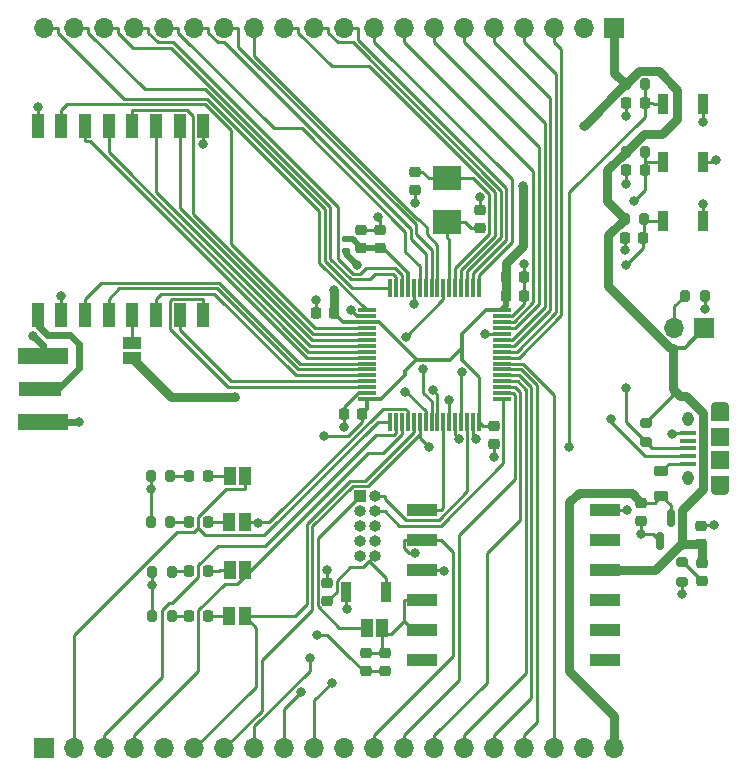
<source format=gbr>
%TF.GenerationSoftware,KiCad,Pcbnew,(6.0.6)*%
%TF.CreationDate,2022-07-05T16:05:39+02:00*%
%TF.ProjectId,kicad_rfm95_breakout_board_V4,6b696361-645f-4726-966d-39355f627265,rev?*%
%TF.SameCoordinates,Original*%
%TF.FileFunction,Copper,L1,Top*%
%TF.FilePolarity,Positive*%
%FSLAX46Y46*%
G04 Gerber Fmt 4.6, Leading zero omitted, Abs format (unit mm)*
G04 Created by KiCad (PCBNEW (6.0.6)) date 2022-07-05 16:05:39*
%MOMM*%
%LPD*%
G01*
G04 APERTURE LIST*
G04 Aperture macros list*
%AMRoundRect*
0 Rectangle with rounded corners*
0 $1 Rounding radius*
0 $2 $3 $4 $5 $6 $7 $8 $9 X,Y pos of 4 corners*
0 Add a 4 corners polygon primitive as box body*
4,1,4,$2,$3,$4,$5,$6,$7,$8,$9,$2,$3,0*
0 Add four circle primitives for the rounded corners*
1,1,$1+$1,$2,$3*
1,1,$1+$1,$4,$5*
1,1,$1+$1,$6,$7*
1,1,$1+$1,$8,$9*
0 Add four rect primitives between the rounded corners*
20,1,$1+$1,$2,$3,$4,$5,0*
20,1,$1+$1,$4,$5,$6,$7,0*
20,1,$1+$1,$6,$7,$8,$9,0*
20,1,$1+$1,$8,$9,$2,$3,0*%
G04 Aperture macros list end*
%TA.AperFunction,SMDPad,CuDef*%
%ADD10R,0.900000X1.700000*%
%TD*%
%TA.AperFunction,ComponentPad*%
%ADD11R,1.700000X1.700000*%
%TD*%
%TA.AperFunction,ComponentPad*%
%ADD12O,1.700000X1.700000*%
%TD*%
%TA.AperFunction,SMDPad,CuDef*%
%ADD13RoundRect,0.218750X-0.218750X-0.256250X0.218750X-0.256250X0.218750X0.256250X-0.218750X0.256250X0*%
%TD*%
%TA.AperFunction,SMDPad,CuDef*%
%ADD14RoundRect,0.200000X0.200000X0.275000X-0.200000X0.275000X-0.200000X-0.275000X0.200000X-0.275000X0*%
%TD*%
%TA.AperFunction,SMDPad,CuDef*%
%ADD15R,1.000000X1.500000*%
%TD*%
%TA.AperFunction,SMDPad,CuDef*%
%ADD16RoundRect,0.218750X-0.381250X0.218750X-0.381250X-0.218750X0.381250X-0.218750X0.381250X0.218750X0*%
%TD*%
%TA.AperFunction,SMDPad,CuDef*%
%ADD17RoundRect,0.200000X-0.200000X-0.275000X0.200000X-0.275000X0.200000X0.275000X-0.200000X0.275000X0*%
%TD*%
%TA.AperFunction,SMDPad,CuDef*%
%ADD18RoundRect,0.225000X-0.225000X-0.250000X0.225000X-0.250000X0.225000X0.250000X-0.225000X0.250000X0*%
%TD*%
%TA.AperFunction,SMDPad,CuDef*%
%ADD19R,1.000000X2.000000*%
%TD*%
%TA.AperFunction,SMDPad,CuDef*%
%ADD20RoundRect,0.147500X0.172500X-0.147500X0.172500X0.147500X-0.172500X0.147500X-0.172500X-0.147500X0*%
%TD*%
%TA.AperFunction,SMDPad,CuDef*%
%ADD21RoundRect,0.200000X-0.275000X0.200000X-0.275000X-0.200000X0.275000X-0.200000X0.275000X0.200000X0*%
%TD*%
%TA.AperFunction,SMDPad,CuDef*%
%ADD22RoundRect,0.225000X0.250000X-0.225000X0.250000X0.225000X-0.250000X0.225000X-0.250000X-0.225000X0*%
%TD*%
%TA.AperFunction,SMDPad,CuDef*%
%ADD23R,2.500000X1.000000*%
%TD*%
%TA.AperFunction,SMDPad,CuDef*%
%ADD24RoundRect,0.218750X0.256250X-0.218750X0.256250X0.218750X-0.256250X0.218750X-0.256250X-0.218750X0*%
%TD*%
%TA.AperFunction,SMDPad,CuDef*%
%ADD25RoundRect,0.225000X-0.250000X0.225000X-0.250000X-0.225000X0.250000X-0.225000X0.250000X0.225000X0*%
%TD*%
%TA.AperFunction,SMDPad,CuDef*%
%ADD26RoundRect,0.150000X0.150000X-0.587500X0.150000X0.587500X-0.150000X0.587500X-0.150000X-0.587500X0*%
%TD*%
%TA.AperFunction,SMDPad,CuDef*%
%ADD27RoundRect,0.225000X0.225000X0.250000X-0.225000X0.250000X-0.225000X-0.250000X0.225000X-0.250000X0*%
%TD*%
%TA.AperFunction,SMDPad,CuDef*%
%ADD28R,1.350000X0.400000*%
%TD*%
%TA.AperFunction,ComponentPad*%
%ADD29O,1.550000X0.890000*%
%TD*%
%TA.AperFunction,SMDPad,CuDef*%
%ADD30R,1.550000X1.200000*%
%TD*%
%TA.AperFunction,ComponentPad*%
%ADD31O,0.950000X1.250000*%
%TD*%
%TA.AperFunction,SMDPad,CuDef*%
%ADD32R,1.550000X1.500000*%
%TD*%
%TA.AperFunction,SMDPad,CuDef*%
%ADD33R,3.600000X1.270000*%
%TD*%
%TA.AperFunction,SMDPad,CuDef*%
%ADD34R,4.200000X1.350000*%
%TD*%
%TA.AperFunction,SMDPad,CuDef*%
%ADD35RoundRect,0.075000X-0.075000X0.700000X-0.075000X-0.700000X0.075000X-0.700000X0.075000X0.700000X0*%
%TD*%
%TA.AperFunction,SMDPad,CuDef*%
%ADD36RoundRect,0.075000X-0.700000X0.075000X-0.700000X-0.075000X0.700000X-0.075000X0.700000X0.075000X0*%
%TD*%
%TA.AperFunction,ComponentPad*%
%ADD37R,1.000000X1.000000*%
%TD*%
%TA.AperFunction,ComponentPad*%
%ADD38O,1.000000X1.000000*%
%TD*%
%TA.AperFunction,SMDPad,CuDef*%
%ADD39R,2.400000X2.000000*%
%TD*%
%TA.AperFunction,SMDPad,CuDef*%
%ADD40R,1.500000X1.000000*%
%TD*%
%TA.AperFunction,ViaPad*%
%ADD41C,0.800000*%
%TD*%
%TA.AperFunction,Conductor*%
%ADD42C,0.500000*%
%TD*%
%TA.AperFunction,Conductor*%
%ADD43C,0.750000*%
%TD*%
%TA.AperFunction,Conductor*%
%ADD44C,0.300000*%
%TD*%
%TA.AperFunction,Conductor*%
%ADD45C,0.250000*%
%TD*%
%TA.AperFunction,Conductor*%
%ADD46C,0.600000*%
%TD*%
G04 APERTURE END LIST*
D10*
%TO.P,SW3,1,1*%
%TO.N,PC7*%
X138700000Y-75000000D03*
%TO.P,SW3,2,2*%
%TO.N,GND*%
X142100000Y-75000000D03*
%TD*%
D11*
%TO.P,J3,1,Pin_1*%
%TO.N,GND*%
X86360000Y-129540000D03*
D12*
%TO.P,J3,2,Pin_2*%
%TO.N,PB12*%
X88900000Y-129540000D03*
%TO.P,J3,3,Pin_3*%
%TO.N,PB13*%
X91440000Y-129540000D03*
%TO.P,J3,4,Pin_4*%
%TO.N,PB14*%
X93980000Y-129540000D03*
%TO.P,J3,5,Pin_5*%
%TO.N,PB15*%
X96520000Y-129540000D03*
%TO.P,J3,6,Pin_6*%
%TO.N,PC6*%
X99060000Y-129540000D03*
%TO.P,J3,7,Pin_7*%
%TO.N,PC7*%
X101600000Y-129540000D03*
%TO.P,J3,8,Pin_8*%
%TO.N,PC8*%
X104140000Y-129540000D03*
%TO.P,J3,9,Pin_9*%
%TO.N,PC9*%
X106680000Y-129540000D03*
%TO.P,J3,10,Pin_10*%
%TO.N,PA8*%
X109220000Y-129540000D03*
%TO.P,J3,11,Pin_11*%
%TO.N,GND*%
X111760000Y-129540000D03*
%TO.P,J3,12,Pin_12*%
%TO.N,PA10*%
X114300000Y-129540000D03*
%TO.P,J3,13,Pin_13*%
%TO.N,PA15*%
X116840000Y-129540000D03*
%TO.P,J3,14,Pin_14*%
%TO.N,PC10*%
X119380000Y-129540000D03*
%TO.P,J3,15,Pin_15*%
%TO.N,PC11*%
X121920000Y-129540000D03*
%TO.P,J3,16,Pin_16*%
%TO.N,PC12*%
X124460000Y-129540000D03*
%TO.P,J3,17,Pin_17*%
%TO.N,PD2*%
X127000000Y-129540000D03*
%TO.P,J3,18,Pin_18*%
%TO.N,PB3*%
X129540000Y-129540000D03*
%TO.P,J3,19,Pin_19*%
%TO.N,GND*%
X132080000Y-129540000D03*
%TO.P,J3,20,Pin_20*%
%TO.N,VCC*%
X134620000Y-129540000D03*
%TD*%
D13*
%TO.P,D5,1,K*%
%TO.N,Net-(D5-Pad1)*%
X98612500Y-118300000D03*
%TO.P,D5,2,A*%
%TO.N,Net-(D5-Pad2)*%
X100187500Y-118300000D03*
%TD*%
D14*
%TO.P,R7,1*%
%TO.N,Net-(D4-Pad1)*%
X97025000Y-110400000D03*
%TO.P,R7,2*%
%TO.N,GND*%
X95375000Y-110400000D03*
%TD*%
D10*
%TO.P,SW4,1,1*%
%TO.N,RESET*%
X115300000Y-116300000D03*
%TO.P,SW4,2,2*%
%TO.N,GND*%
X111900000Y-116300000D03*
%TD*%
D15*
%TO.P,JP2,1,A*%
%TO.N,Net-(C10-Pad1)*%
X114950000Y-119300000D03*
%TO.P,JP2,2,B*%
%TO.N,+3.3V*%
X113650000Y-119300000D03*
%TD*%
D16*
%TO.P,FB1,1*%
%TO.N,+5V*%
X138600000Y-106037500D03*
%TO.P,FB1,2*%
%TO.N,VCC*%
X138600000Y-108162500D03*
%TD*%
D17*
%TO.P,R4,1*%
%TO.N,+3.3V*%
X135575000Y-73300000D03*
%TO.P,R4,2*%
%TO.N,PC7*%
X137225000Y-73300000D03*
%TD*%
D18*
%TO.P,C1,1*%
%TO.N,+3.3V*%
X125425000Y-89600000D03*
%TO.P,C1,2*%
%TO.N,GND*%
X126975000Y-89600000D03*
%TD*%
D19*
%TO.P,U1,1,GND*%
%TO.N,GND*%
X99800000Y-76800000D03*
%TO.P,U1,2,MISO*%
%TO.N,SPI1_MISO*%
X97800000Y-76800000D03*
%TO.P,U1,3,MOSI*%
%TO.N,SPI1_MOSI*%
X95800000Y-76800000D03*
%TO.P,U1,4,SCK*%
%TO.N,SPI1_SCK*%
X93800000Y-76800000D03*
%TO.P,U1,5,NSS*%
%TO.N,RFM95_CS*%
X91800000Y-76800000D03*
%TO.P,U1,6,RESET*%
%TO.N,RFM95_RESET*%
X89800000Y-76800000D03*
%TO.P,U1,7,DIO5*%
%TO.N,DIO5*%
X87800000Y-76800000D03*
%TO.P,U1,8,GND*%
%TO.N,GND*%
X85800000Y-76800000D03*
%TO.P,U1,9,ANT*%
%TO.N,Net-(J2-Pad1)*%
X85800000Y-92800000D03*
%TO.P,U1,10,GND*%
%TO.N,GND*%
X87800000Y-92800000D03*
%TO.P,U1,11,DIO3*%
%TO.N,DIO3*%
X89800000Y-92800000D03*
%TO.P,U1,12,DIO4*%
%TO.N,DIO4*%
X91800000Y-92800000D03*
%TO.P,U1,13,3.3V*%
%TO.N,Net-(JP1-Pad2)*%
X93800000Y-92800000D03*
%TO.P,U1,14,DIO0*%
%TO.N,DIO0*%
X95800000Y-92800000D03*
%TO.P,U1,15,DIO1*%
%TO.N,DIO1*%
X97800000Y-92800000D03*
%TO.P,U1,16,DIO2*%
%TO.N,DIO2*%
X99800000Y-92800000D03*
%TD*%
D20*
%TO.P,L1,1*%
%TO.N,+3.3V*%
X111900000Y-87385000D03*
%TO.P,L1,2*%
%TO.N,+3.3VA*%
X111900000Y-86415000D03*
%TD*%
D21*
%TO.P,R1,1*%
%TO.N,Net-(D1-Pad1)*%
X140300000Y-113775000D03*
%TO.P,R1,2*%
%TO.N,GND*%
X140300000Y-115425000D03*
%TD*%
D22*
%TO.P,C16,1*%
%TO.N,/RCC_OSC_OUT*%
X123200000Y-85475000D03*
%TO.P,C16,2*%
%TO.N,GND*%
X123200000Y-83925000D03*
%TD*%
D23*
%TO.P,U3,1,RXD1*%
%TO.N,PA9*%
X118350000Y-109350000D03*
%TO.P,U3,2,TXD1*%
%TO.N,PA10*%
X118350000Y-111890000D03*
%TO.P,U3,3,GND*%
%TO.N,GND*%
X118350000Y-114430000D03*
%TO.P,U3,4,VCC*%
%TO.N,Net-(C10-Pad1)*%
X118350000Y-116970000D03*
%TO.P,U3,5,V_BCKP*%
X118350000Y-119510000D03*
%TO.P,U3,6,1PPS*%
%TO.N,unconnected-(U3-Pad6)*%
X118350000Y-122050000D03*
%TO.P,U3,7,RESERVED*%
%TO.N,unconnected-(U3-Pad7)*%
X133850000Y-122050000D03*
%TO.P,U3,8,RESERVED*%
%TO.N,unconnected-(U3-Pad8)*%
X133850000Y-119510000D03*
%TO.P,U3,9,NC*%
%TO.N,unconnected-(U3-Pad9)*%
X133850000Y-116970000D03*
%TO.P,U3,10,~{RESET}*%
%TO.N,+3.3V*%
X133850000Y-114430000D03*
%TO.P,U3,11,RESERVED*%
%TO.N,unconnected-(U3-Pad11)*%
X133850000Y-111890000D03*
%TO.P,U3,12,GND*%
%TO.N,GND*%
X133850000Y-109350000D03*
%TD*%
D24*
%TO.P,D1,1,K*%
%TO.N,Net-(D1-Pad1)*%
X142000000Y-115387500D03*
%TO.P,D1,2,A*%
%TO.N,+3.3V*%
X142000000Y-113812500D03*
%TD*%
D25*
%TO.P,C10,1*%
%TO.N,Net-(C10-Pad1)*%
X113600000Y-121425000D03*
%TO.P,C10,2*%
%TO.N,GND*%
X113600000Y-122975000D03*
%TD*%
D14*
%TO.P,R6,1*%
%TO.N,Net-(D3-Pad1)*%
X97125000Y-114600000D03*
%TO.P,R6,2*%
%TO.N,GND*%
X95475000Y-114600000D03*
%TD*%
D26*
%TO.P,U2,1,GND*%
%TO.N,GND*%
X138450000Y-111937500D03*
%TO.P,U2,2,VO*%
%TO.N,+3.3V*%
X140350000Y-111937500D03*
%TO.P,U2,3,VI*%
%TO.N,VCC*%
X139400000Y-110062500D03*
%TD*%
D22*
%TO.P,C5,1*%
%TO.N,+3.3VA*%
X114800000Y-87175000D03*
%TO.P,C5,2*%
%TO.N,GND*%
X114800000Y-85625000D03*
%TD*%
D13*
%TO.P,D3,1,K*%
%TO.N,Net-(D3-Pad1)*%
X98612500Y-114500000D03*
%TO.P,D3,2,A*%
%TO.N,Net-(D3-Pad2)*%
X100187500Y-114500000D03*
%TD*%
D25*
%TO.P,C11,1*%
%TO.N,Net-(C10-Pad1)*%
X115200000Y-121425000D03*
%TO.P,C11,2*%
%TO.N,GND*%
X115200000Y-122975000D03*
%TD*%
D27*
%TO.P,C12,1*%
%TO.N,PC9*%
X137075000Y-86300000D03*
%TO.P,C12,2*%
%TO.N,GND*%
X135525000Y-86300000D03*
%TD*%
%TO.P,C4,1*%
%TO.N,+3.3V*%
X113275000Y-101200000D03*
%TO.P,C4,2*%
%TO.N,GND*%
X111725000Y-101200000D03*
%TD*%
D28*
%TO.P,J1,1,VBUS*%
%TO.N,+5V*%
X140840000Y-105440000D03*
%TO.P,J1,2,D-*%
%TO.N,USB_D-*%
X140840000Y-104790000D03*
%TO.P,J1,3,D+*%
%TO.N,USB_D+*%
X140840000Y-104140000D03*
%TO.P,J1,4,ID*%
%TO.N,unconnected-(J1-Pad4)*%
X140840000Y-103490000D03*
%TO.P,J1,5,GND*%
%TO.N,GND*%
X140840000Y-102840000D03*
D29*
%TO.P,J1,6,Shield*%
%TO.N,unconnected-(J1-Pad6)*%
X143540000Y-100640000D03*
X143540000Y-107640000D03*
D30*
X143540000Y-101240000D03*
D31*
X140840000Y-106640000D03*
D32*
X143540000Y-103140000D03*
D31*
X140840000Y-101640000D03*
D32*
X143540000Y-105140000D03*
D30*
X143540000Y-107040000D03*
%TD*%
D15*
%TO.P,JP3,1,A*%
%TO.N,PB12*%
X103350000Y-106500000D03*
%TO.P,JP3,2,B*%
%TO.N,Net-(D2-Pad2)*%
X102050000Y-106500000D03*
%TD*%
D17*
%TO.P,R9,1*%
%TO.N,Net-(J5-Pad2)*%
X140600000Y-91200000D03*
%TO.P,R9,2*%
%TO.N,GND*%
X142250000Y-91200000D03*
%TD*%
D13*
%TO.P,D4,1,K*%
%TO.N,Net-(D4-Pad1)*%
X98612500Y-110400000D03*
%TO.P,D4,2,A*%
%TO.N,Net-(D4-Pad2)*%
X100187500Y-110400000D03*
%TD*%
D27*
%TO.P,C13,1*%
%TO.N,PC8*%
X137175000Y-80600000D03*
%TO.P,C13,2*%
%TO.N,GND*%
X135625000Y-80600000D03*
%TD*%
D11*
%TO.P,J5,1,Pin_1*%
%TO.N,+3.3V*%
X142240000Y-93980000D03*
D12*
%TO.P,J5,2,Pin_2*%
%TO.N,Net-(J5-Pad2)*%
X139700000Y-93980000D03*
%TD*%
D10*
%TO.P,SW2,1,1*%
%TO.N,PC8*%
X138700000Y-79900000D03*
%TO.P,SW2,2,2*%
%TO.N,GND*%
X142100000Y-79900000D03*
%TD*%
D17*
%TO.P,R2,1*%
%TO.N,+3.3V*%
X135475000Y-84700000D03*
%TO.P,R2,2*%
%TO.N,PC9*%
X137125000Y-84700000D03*
%TD*%
D25*
%TO.P,C7,1*%
%TO.N,VCC*%
X136900000Y-108725000D03*
%TO.P,C7,2*%
%TO.N,GND*%
X136900000Y-110275000D03*
%TD*%
D15*
%TO.P,JP5,1,A*%
%TO.N,PB15*%
X103300000Y-110400000D03*
%TO.P,JP5,2,B*%
%TO.N,Net-(D4-Pad2)*%
X102000000Y-110400000D03*
%TD*%
D33*
%TO.P,J2,1,In*%
%TO.N,Net-(J2-Pad1)*%
X86000000Y-99100000D03*
D34*
%TO.P,J2,2,Ext*%
%TO.N,GND*%
X86200000Y-101925000D03*
X86200000Y-96275000D03*
%TD*%
D27*
%TO.P,C6,1*%
%TO.N,+3.3V*%
X110875000Y-92700000D03*
%TO.P,C6,2*%
%TO.N,GND*%
X109325000Y-92700000D03*
%TD*%
D18*
%TO.P,C8,1*%
%TO.N,+3.3V*%
X125425000Y-91200000D03*
%TO.P,C8,2*%
%TO.N,GND*%
X126975000Y-91200000D03*
%TD*%
D13*
%TO.P,D2,1,K*%
%TO.N,Net-(D2-Pad1)*%
X98612500Y-106500000D03*
%TO.P,D2,2,A*%
%TO.N,Net-(D2-Pad2)*%
X100187500Y-106500000D03*
%TD*%
D15*
%TO.P,JP6,1,A*%
%TO.N,PC6*%
X103300000Y-118300000D03*
%TO.P,JP6,2,B*%
%TO.N,Net-(D5-Pad2)*%
X102000000Y-118300000D03*
%TD*%
D22*
%TO.P,C17,1*%
%TO.N,RESET*%
X110300000Y-117075000D03*
%TO.P,C17,2*%
%TO.N,GND*%
X110300000Y-115525000D03*
%TD*%
D11*
%TO.P,J4,1,Pin_1*%
%TO.N,+3.3V*%
X134620000Y-68580000D03*
D12*
%TO.P,J4,2,Pin_2*%
%TO.N,GND*%
X132080000Y-68580000D03*
%TO.P,J4,3,Pin_3*%
%TO.N,PB4*%
X129540000Y-68580000D03*
%TO.P,J4,4,Pin_4*%
%TO.N,PB5*%
X127000000Y-68580000D03*
%TO.P,J4,5,Pin_5*%
%TO.N,PB6*%
X124460000Y-68580000D03*
%TO.P,J4,6,Pin_6*%
%TO.N,PB7*%
X121920000Y-68580000D03*
%TO.P,J4,7,Pin_7*%
%TO.N,PB8*%
X119380000Y-68580000D03*
%TO.P,J4,8,Pin_8*%
%TO.N,PB9*%
X116840000Y-68580000D03*
%TO.P,J4,9,Pin_9*%
%TO.N,VLCD*%
X114300000Y-68580000D03*
%TO.P,J4,10,Pin_10*%
%TO.N,PC13*%
X111760000Y-68580000D03*
%TO.P,J4,11,Pin_11*%
%TO.N,PC14*%
X109220000Y-68580000D03*
%TO.P,J4,12,Pin_12*%
%TO.N,PC15*%
X106680000Y-68580000D03*
%TO.P,J4,13,Pin_13*%
%TO.N,PC0*%
X104140000Y-68580000D03*
%TO.P,J4,14,Pin_14*%
%TO.N,PC1*%
X101600000Y-68580000D03*
%TO.P,J4,15,Pin_15*%
%TO.N,PC2*%
X99060000Y-68580000D03*
%TO.P,J4,16,Pin_16*%
%TO.N,PC3*%
X96520000Y-68580000D03*
%TO.P,J4,17,Pin_17*%
%TO.N,PA0*%
X93980000Y-68580000D03*
%TO.P,J4,18,Pin_18*%
%TO.N,PA1*%
X91440000Y-68580000D03*
%TO.P,J4,19,Pin_19*%
%TO.N,PA2*%
X88900000Y-68580000D03*
%TO.P,J4,20,Pin_20*%
%TO.N,PA3*%
X86360000Y-68580000D03*
%TD*%
D17*
%TO.P,R3,1*%
%TO.N,+3.3V*%
X135575000Y-79000000D03*
%TO.P,R3,2*%
%TO.N,PC8*%
X137225000Y-79000000D03*
%TD*%
D27*
%TO.P,C14,1*%
%TO.N,PC7*%
X137175000Y-74900000D03*
%TO.P,C14,2*%
%TO.N,GND*%
X135625000Y-74900000D03*
%TD*%
D21*
%TO.P,R10,1*%
%TO.N,+3.3V*%
X137300000Y-101975000D03*
%TO.P,R10,2*%
%TO.N,USB_D+*%
X137300000Y-103625000D03*
%TD*%
D14*
%TO.P,R8,1*%
%TO.N,Net-(D5-Pad1)*%
X97125000Y-118300000D03*
%TO.P,R8,2*%
%TO.N,GND*%
X95475000Y-118300000D03*
%TD*%
D22*
%TO.P,C3,1*%
%TO.N,+3.3VA*%
X113200000Y-87175000D03*
%TO.P,C3,2*%
%TO.N,GND*%
X113200000Y-85625000D03*
%TD*%
D10*
%TO.P,SW1,1,1*%
%TO.N,PC9*%
X138700000Y-84900000D03*
%TO.P,SW1,2,2*%
%TO.N,GND*%
X142100000Y-84900000D03*
%TD*%
D35*
%TO.P,U4,1,VLCD*%
%TO.N,VLCD*%
X123130000Y-90525000D03*
%TO.P,U4,2,PC13*%
%TO.N,PC13*%
X122630000Y-90525000D03*
%TO.P,U4,3,PC14*%
%TO.N,PC14*%
X122130000Y-90525000D03*
%TO.P,U4,4,PC15*%
%TO.N,PC15*%
X121630000Y-90525000D03*
%TO.P,U4,5,PH0*%
%TO.N,/RCC_OSC_IN*%
X121130000Y-90525000D03*
%TO.P,U4,6,PH1*%
%TO.N,/RCC_OSC_OUT*%
X120630000Y-90525000D03*
%TO.P,U4,7,NRST*%
%TO.N,RESET*%
X120130000Y-90525000D03*
%TO.P,U4,8,PC0*%
%TO.N,PC0*%
X119630000Y-90525000D03*
%TO.P,U4,9,PC1*%
%TO.N,PC1*%
X119130000Y-90525000D03*
%TO.P,U4,10,PC2*%
%TO.N,PC2*%
X118630000Y-90525000D03*
%TO.P,U4,11,PC3*%
%TO.N,PC3*%
X118130000Y-90525000D03*
%TO.P,U4,12,VSSA*%
%TO.N,GND*%
X117630000Y-90525000D03*
%TO.P,U4,13,VDDA*%
%TO.N,+3.3VA*%
X117130000Y-90525000D03*
%TO.P,U4,14,PA0*%
%TO.N,PA0*%
X116630000Y-90525000D03*
%TO.P,U4,15,PA1*%
%TO.N,PA1*%
X116130000Y-90525000D03*
%TO.P,U4,16,PA2*%
%TO.N,PA2*%
X115630000Y-90525000D03*
D36*
%TO.P,U4,17,PA3*%
%TO.N,PA3*%
X113705000Y-92450000D03*
%TO.P,U4,18,VSS*%
%TO.N,GND*%
X113705000Y-92950000D03*
%TO.P,U4,19,VDD*%
%TO.N,+3.3V*%
X113705000Y-93450000D03*
%TO.P,U4,20,PA4*%
%TO.N,DIO5*%
X113705000Y-93950000D03*
%TO.P,U4,21,PA5*%
%TO.N,SPI1_SCK*%
X113705000Y-94450000D03*
%TO.P,U4,22,PA6*%
%TO.N,SPI1_MISO*%
X113705000Y-94950000D03*
%TO.P,U4,23,PA7*%
%TO.N,SPI1_MOSI*%
X113705000Y-95450000D03*
%TO.P,U4,24,PC4*%
%TO.N,RFM95_CS*%
X113705000Y-95950000D03*
%TO.P,U4,25,PC5*%
%TO.N,RFM95_RESET*%
X113705000Y-96450000D03*
%TO.P,U4,26,PB0*%
%TO.N,DIO3*%
X113705000Y-96950000D03*
%TO.P,U4,27,PB1*%
%TO.N,DIO4*%
X113705000Y-97450000D03*
%TO.P,U4,28,PB2*%
%TO.N,DIO0*%
X113705000Y-97950000D03*
%TO.P,U4,29,PB10*%
%TO.N,DIO1*%
X113705000Y-98450000D03*
%TO.P,U4,30,PB11*%
%TO.N,DIO2*%
X113705000Y-98950000D03*
%TO.P,U4,31,VSS*%
%TO.N,GND*%
X113705000Y-99450000D03*
%TO.P,U4,32,VDD*%
%TO.N,+3.3V*%
X113705000Y-99950000D03*
D35*
%TO.P,U4,33,PB12*%
%TO.N,PB12*%
X115630000Y-101875000D03*
%TO.P,U4,34,PB13*%
%TO.N,PB13*%
X116130000Y-101875000D03*
%TO.P,U4,35,PB14*%
%TO.N,PB14*%
X116630000Y-101875000D03*
%TO.P,U4,36,PB15*%
%TO.N,PB15*%
X117130000Y-101875000D03*
%TO.P,U4,37,PC6*%
%TO.N,PC6*%
X117630000Y-101875000D03*
%TO.P,U4,38,PC7*%
%TO.N,PC7*%
X118130000Y-101875000D03*
%TO.P,U4,39,PC8*%
%TO.N,PC8*%
X118630000Y-101875000D03*
%TO.P,U4,40,PC9*%
%TO.N,PC9*%
X119130000Y-101875000D03*
%TO.P,U4,41,PA8*%
%TO.N,PA8*%
X119630000Y-101875000D03*
%TO.P,U4,42,PA9*%
%TO.N,PA9*%
X120130000Y-101875000D03*
%TO.P,U4,43,PA10*%
%TO.N,PA10*%
X120630000Y-101875000D03*
%TO.P,U4,44,PA11*%
%TO.N,USB_D-*%
X121130000Y-101875000D03*
%TO.P,U4,45,PA12*%
%TO.N,USB_D+*%
X121630000Y-101875000D03*
%TO.P,U4,46,PA13*%
%TO.N,SWDIO*%
X122130000Y-101875000D03*
%TO.P,U4,47,VSS*%
%TO.N,GND*%
X122630000Y-101875000D03*
%TO.P,U4,48,VDD_USB*%
%TO.N,+3.3V*%
X123130000Y-101875000D03*
D36*
%TO.P,U4,49,PA14*%
%TO.N,SWCLK*%
X125055000Y-99950000D03*
%TO.P,U4,50,PA15*%
%TO.N,PA15*%
X125055000Y-99450000D03*
%TO.P,U4,51,PC10*%
%TO.N,PC10*%
X125055000Y-98950000D03*
%TO.P,U4,52,PC11*%
%TO.N,PC11*%
X125055000Y-98450000D03*
%TO.P,U4,53,PC12*%
%TO.N,PC12*%
X125055000Y-97950000D03*
%TO.P,U4,54,PD2*%
%TO.N,PD2*%
X125055000Y-97450000D03*
%TO.P,U4,55,PB3*%
%TO.N,PB3*%
X125055000Y-96950000D03*
%TO.P,U4,56,PB4*%
%TO.N,PB4*%
X125055000Y-96450000D03*
%TO.P,U4,57,PB5*%
%TO.N,PB5*%
X125055000Y-95950000D03*
%TO.P,U4,58,PB6*%
%TO.N,PB6*%
X125055000Y-95450000D03*
%TO.P,U4,59,PB7*%
%TO.N,PB7*%
X125055000Y-94950000D03*
%TO.P,U4,60,BOOT0*%
%TO.N,Net-(J5-Pad2)*%
X125055000Y-94450000D03*
%TO.P,U4,61,PB8*%
%TO.N,PB8*%
X125055000Y-93950000D03*
%TO.P,U4,62,PB9*%
%TO.N,PB9*%
X125055000Y-93450000D03*
%TO.P,U4,63,VSS*%
%TO.N,GND*%
X125055000Y-92950000D03*
%TO.P,U4,64,VDD*%
%TO.N,+3.3V*%
X125055000Y-92450000D03*
%TD*%
D25*
%TO.P,C2,1*%
%TO.N,+3.3V*%
X124400000Y-102225000D03*
%TO.P,C2,2*%
%TO.N,GND*%
X124400000Y-103775000D03*
%TD*%
D15*
%TO.P,JP4,1,A*%
%TO.N,PB14*%
X103350000Y-114400000D03*
%TO.P,JP4,2,B*%
%TO.N,Net-(D3-Pad2)*%
X102050000Y-114400000D03*
%TD*%
D14*
%TO.P,R5,1*%
%TO.N,Net-(D2-Pad1)*%
X97025000Y-106500000D03*
%TO.P,R5,2*%
%TO.N,GND*%
X95375000Y-106500000D03*
%TD*%
D37*
%TO.P,J6,1,Pin_1*%
%TO.N,+3.3V*%
X113075000Y-108150000D03*
D38*
%TO.P,J6,2,Pin_2*%
%TO.N,SWDIO*%
X114345000Y-108150000D03*
%TO.P,J6,3,Pin_3*%
%TO.N,GND*%
X113075000Y-109420000D03*
%TO.P,J6,4,Pin_4*%
%TO.N,SWCLK*%
X114345000Y-109420000D03*
%TO.P,J6,5,Pin_5*%
%TO.N,GND*%
X113075000Y-110690000D03*
%TO.P,J6,6,Pin_6*%
%TO.N,unconnected-(J6-Pad6)*%
X114345000Y-110690000D03*
%TO.P,J6,7,Pin_7*%
%TO.N,unconnected-(J6-Pad7)*%
X113075000Y-111960000D03*
%TO.P,J6,8,Pin_8*%
%TO.N,unconnected-(J6-Pad8)*%
X114345000Y-111960000D03*
%TO.P,J6,9,Pin_9*%
%TO.N,GND*%
X113075000Y-113230000D03*
%TO.P,J6,10,Pin_10*%
%TO.N,RESET*%
X114345000Y-113230000D03*
%TD*%
D39*
%TO.P,Y1,1,1*%
%TO.N,/RCC_OSC_IN*%
X120400000Y-81250000D03*
%TO.P,Y1,2,2*%
%TO.N,/RCC_OSC_OUT*%
X120400000Y-84950000D03*
%TD*%
D40*
%TO.P,JP1,1,A*%
%TO.N,+3.3V*%
X93800000Y-96500000D03*
%TO.P,JP1,2,B*%
%TO.N,Net-(JP1-Pad2)*%
X93800000Y-95200000D03*
%TD*%
D25*
%TO.P,C15,1*%
%TO.N,/RCC_OSC_IN*%
X117700000Y-80725000D03*
%TO.P,C15,2*%
%TO.N,GND*%
X117700000Y-82275000D03*
%TD*%
D22*
%TO.P,C9,1*%
%TO.N,+3.3V*%
X141975000Y-112250000D03*
%TO.P,C9,2*%
%TO.N,GND*%
X141975000Y-110700000D03*
%TD*%
D41*
%TO.N,+3.3V*%
X110023000Y-103077000D03*
X110880400Y-90713100D03*
X102500000Y-99800000D03*
X126900000Y-81900000D03*
X132000000Y-76800000D03*
X112801400Y-88607400D03*
%TO.N,GND*%
X135625000Y-81726700D03*
X112315100Y-92459200D03*
X123200000Y-82850400D03*
X87800000Y-91191400D03*
X117630000Y-91923800D03*
X114615400Y-84570800D03*
X110300000Y-114423200D03*
X85400000Y-94600000D03*
X140300000Y-116446800D03*
X95475000Y-115682000D03*
X111725000Y-102343700D03*
X109325000Y-91588000D03*
X142100000Y-76481400D03*
X135702300Y-109350000D03*
X85800000Y-75191800D03*
X95375000Y-107586200D03*
X111940800Y-117770200D03*
X142250000Y-92296500D03*
X117700000Y-83348900D03*
X142100000Y-83443100D03*
X99800000Y-78400600D03*
X143189500Y-79719800D03*
X120219300Y-114506600D03*
X124400000Y-104829100D03*
X139519200Y-102911000D03*
X136900000Y-111342300D03*
X122901700Y-103333800D03*
X89300000Y-101900000D03*
X135525000Y-87377100D03*
X135625000Y-76007100D03*
X126975000Y-88512900D03*
X109400000Y-119900000D03*
X143087900Y-110641400D03*
%TO.N,PC9*%
X108100000Y-124800000D03*
X118421600Y-97407900D03*
X135633800Y-88588400D03*
%TO.N,PC8*%
X116920800Y-99328600D03*
X108800000Y-121900000D03*
X136263400Y-83175400D03*
%TO.N,PC7*%
X118900000Y-104000000D03*
X130800000Y-104000000D03*
%TO.N,RESET*%
X116938800Y-94676500D03*
%TO.N,USB_D-*%
X134313600Y-101660000D03*
X121428700Y-103306100D03*
%TO.N,USB_D+*%
X121680200Y-97669600D03*
X135553800Y-99045800D03*
%TO.N,PB15*%
X104406500Y-110475400D03*
%TO.N,PA8*%
X119218000Y-99174000D03*
X110700000Y-124000000D03*
%TO.N,PA10*%
X120602700Y-100030100D03*
X117713700Y-113005800D03*
%TO.N,Net-(J5-Pad2)*%
X123673400Y-94412800D03*
%TD*%
D42*
%TO.N,+3.3V*%
X111900000Y-87706000D02*
X112801400Y-88607400D01*
D43*
X136600000Y-78000000D02*
X137100000Y-77500000D01*
X134100000Y-90400000D02*
X134100000Y-86075000D01*
X125425000Y-89600000D02*
X125425000Y-88475000D01*
D44*
X120657900Y-96657900D02*
X117917700Y-96657900D01*
X121738100Y-95638100D02*
X121738100Y-95961900D01*
X125055000Y-92450000D02*
X123750000Y-92450000D01*
D43*
X140179500Y-99685200D02*
X140179500Y-99679500D01*
D45*
X113275000Y-101883400D02*
X112081400Y-103077000D01*
D43*
X139900000Y-73750000D02*
X138350000Y-72200000D01*
X140179500Y-99679500D02*
X139589800Y-99089800D01*
D45*
X109477900Y-117513500D02*
X111264400Y-119300000D01*
D43*
X136704745Y-93000000D02*
X136700000Y-93000000D01*
X142100000Y-101100000D02*
X140685200Y-99685200D01*
X136575000Y-78000000D02*
X136600000Y-78000000D01*
X139589800Y-95605200D02*
X139309945Y-95605200D01*
D45*
X113275000Y-101200000D02*
X113275000Y-101883400D01*
D42*
X125425000Y-91200000D02*
X125425000Y-92080000D01*
D44*
X123750000Y-92450000D02*
X121738100Y-94461900D01*
D43*
X140662500Y-112250000D02*
X140350000Y-111937500D01*
X135575000Y-79000000D02*
X136575000Y-78000000D01*
D44*
X113705000Y-99950000D02*
X114850000Y-99950000D01*
X121738100Y-94461900D02*
X121738100Y-95638100D01*
D43*
X138350000Y-72200000D02*
X136675000Y-72200000D01*
D42*
X111900000Y-87385000D02*
X111900000Y-87706000D01*
D44*
X117917700Y-96657900D02*
X117893100Y-96682500D01*
X137300000Y-101975000D02*
X139589800Y-99685200D01*
D45*
X124400000Y-102225000D02*
X123480000Y-102225000D01*
D43*
X142000000Y-113812500D02*
X142000000Y-112275000D01*
X140350000Y-112153984D02*
X140350000Y-111937500D01*
X134000000Y-80575000D02*
X135575000Y-79000000D01*
D44*
X116900000Y-97600000D02*
X117817500Y-96682500D01*
D43*
X139589800Y-99089800D02*
X139589800Y-95605200D01*
X135575000Y-73300000D02*
X135500000Y-73300000D01*
D45*
X132150000Y-76650000D02*
X132000000Y-76800000D01*
D43*
X142100000Y-107584000D02*
X142100000Y-101100000D01*
X139309945Y-95605200D02*
X136704745Y-93000000D01*
D44*
X114850000Y-99950000D02*
X116900000Y-97900000D01*
X121677700Y-95638100D02*
X121738100Y-95638100D01*
D45*
X111264400Y-119300000D02*
X113650000Y-119300000D01*
D44*
X110875000Y-92700000D02*
X111625000Y-93450000D01*
D43*
X110880400Y-92694600D02*
X110875000Y-92700000D01*
X134620000Y-68580000D02*
X134620000Y-72345000D01*
X141975000Y-112250000D02*
X140662500Y-112250000D01*
D45*
X109477900Y-111747100D02*
X109477900Y-117513500D01*
D44*
X116900000Y-97900000D02*
X116900000Y-97600000D01*
X139589800Y-95605200D02*
X140614800Y-95605200D01*
D45*
X123480000Y-102225000D02*
X123130000Y-101875000D01*
D44*
X113705000Y-93450000D02*
X114650000Y-93450000D01*
D43*
X140350000Y-111937500D02*
X140350000Y-109334000D01*
D44*
X113705000Y-99950000D02*
X113705000Y-100770000D01*
D43*
X126900000Y-87000000D02*
X126900000Y-81900000D01*
X138650000Y-77500000D02*
X139900000Y-76250000D01*
D45*
X112081400Y-103077000D02*
X110023000Y-103077000D01*
D43*
X125425000Y-88475000D02*
X126900000Y-87000000D01*
X141842000Y-107842000D02*
X142100000Y-107584000D01*
X97100000Y-99800000D02*
X102500000Y-99800000D01*
X133850000Y-114430000D02*
X138073984Y-114430000D01*
D42*
X125155000Y-92350000D02*
X125055000Y-92350000D01*
D44*
X117882500Y-96682500D02*
X117893100Y-96682500D01*
D45*
X123130000Y-101875000D02*
X123130000Y-98074400D01*
D43*
X137100000Y-77500000D02*
X138650000Y-77500000D01*
D44*
X111625000Y-93450000D02*
X113705000Y-93450000D01*
D43*
X138073984Y-114430000D02*
X140350000Y-112153984D01*
X134620000Y-72345000D02*
X135575000Y-73300000D01*
D44*
X140614800Y-95605200D02*
X142240000Y-93980000D01*
X114650000Y-93450000D02*
X117882500Y-96682500D01*
D43*
X142000000Y-112275000D02*
X141975000Y-112250000D01*
X93800000Y-96500000D02*
X97100000Y-99800000D01*
D42*
X125425000Y-92080000D02*
X125155000Y-92350000D01*
D43*
X136675000Y-72200000D02*
X135575000Y-73300000D01*
X110880400Y-90713100D02*
X110880400Y-92694600D01*
D45*
X123130000Y-98074400D02*
X121738100Y-96682500D01*
D43*
X134100000Y-86075000D02*
X135475000Y-84700000D01*
X125425000Y-89600000D02*
X125425000Y-91200000D01*
X140350000Y-109334000D02*
X141842000Y-107842000D01*
D45*
X141842000Y-107942900D02*
X141842000Y-107842000D01*
D43*
X140685200Y-99685200D02*
X140179500Y-99685200D01*
X135500000Y-73300000D02*
X132000000Y-76800000D01*
X136700000Y-93000000D02*
X134100000Y-90400000D01*
X139900000Y-76250000D02*
X139900000Y-73750000D01*
D44*
X120657900Y-96657900D02*
X121677700Y-95638100D01*
D43*
X135475000Y-84700000D02*
X135475000Y-84675000D01*
D44*
X117817500Y-96682500D02*
X117882500Y-96682500D01*
D43*
X135475000Y-84675000D02*
X134000000Y-83200000D01*
D44*
X121738100Y-95961900D02*
X121738100Y-96682500D01*
D45*
X113075000Y-108150000D02*
X109477900Y-111747100D01*
D44*
X139589800Y-99685200D02*
X139589800Y-99089800D01*
X113705000Y-100770000D02*
X113275000Y-101200000D01*
D43*
X134000000Y-83200000D02*
X134000000Y-80575000D01*
D45*
%TO.N,GND*%
X110300000Y-114423200D02*
X110300000Y-115525000D01*
X111900000Y-116300000D02*
X111900000Y-117475300D01*
X142100000Y-79900000D02*
X142875300Y-79900000D01*
X140840000Y-102840000D02*
X139839700Y-102840000D01*
X123200000Y-83925000D02*
X123200000Y-82850400D01*
X125938800Y-92950000D02*
X125055000Y-92950000D01*
D46*
X89275000Y-101925000D02*
X89300000Y-101900000D01*
D45*
X118350000Y-114430000D02*
X119925300Y-114430000D01*
X143087900Y-110641400D02*
X142033600Y-110641400D01*
X143055500Y-79719800D02*
X142875300Y-79900000D01*
X137854800Y-111342300D02*
X138450000Y-111937500D01*
X115200000Y-122975000D02*
X113600000Y-122975000D01*
X139519200Y-102911000D02*
X139768700Y-102911000D01*
X112805900Y-92950000D02*
X113705000Y-92950000D01*
X135625000Y-81726700D02*
X135625000Y-80600000D01*
X142033600Y-110641400D02*
X141975000Y-110700000D01*
X114800000Y-85625000D02*
X114800000Y-84755400D01*
X99800000Y-78400600D02*
X99800000Y-76800000D01*
X126975000Y-91913800D02*
X125938800Y-92950000D01*
X117630000Y-91923800D02*
X117630000Y-90525000D01*
X111725000Y-102343700D02*
X111725000Y-101200000D01*
X136900000Y-110275000D02*
X136900000Y-111342300D01*
X114800000Y-85625000D02*
X113200000Y-85625000D01*
X126975000Y-91200000D02*
X126975000Y-91913800D01*
X117700000Y-82275000D02*
X117700000Y-83348900D01*
X112315100Y-92459200D02*
X112805900Y-92950000D01*
X112100000Y-121700000D02*
X110300000Y-119900000D01*
X120219300Y-114506600D02*
X120001900Y-114506600D01*
D46*
X86200000Y-96275000D02*
X86200000Y-95400000D01*
D45*
X111725000Y-101200000D02*
X111725000Y-100588300D01*
X85800000Y-75191800D02*
X85800000Y-76800000D01*
X95475000Y-114600000D02*
X95475000Y-115682000D01*
X142100000Y-76481400D02*
X142100000Y-75000000D01*
X109325000Y-91588000D02*
X109325000Y-92700000D01*
X110300000Y-119900000D02*
X109400000Y-119900000D01*
X112863300Y-99450000D02*
X113705000Y-99450000D01*
X135625000Y-76007100D02*
X135625000Y-74900000D01*
X140300000Y-116446800D02*
X140300000Y-115425000D01*
X122630000Y-103062100D02*
X122630000Y-101875000D01*
X111725000Y-100588300D02*
X112863300Y-99450000D01*
X139768700Y-102911000D02*
X139839700Y-102840000D01*
D46*
X86200000Y-101925000D02*
X89275000Y-101925000D01*
D45*
X124400000Y-104829100D02*
X124400000Y-103775000D01*
X95475000Y-115682000D02*
X95475000Y-118300000D01*
X135702300Y-109350000D02*
X133850000Y-109350000D01*
X120001900Y-114506600D02*
X119925300Y-114430000D01*
X135525000Y-86300000D02*
X135525000Y-87377100D01*
X111940800Y-117516100D02*
X111900000Y-117475300D01*
X95375000Y-106500000D02*
X95375000Y-107586200D01*
X114800000Y-84755400D02*
X114615400Y-84570800D01*
X113375000Y-122975000D02*
X112100000Y-121700000D01*
X142250000Y-91200000D02*
X142250000Y-92296500D01*
X136900000Y-111342300D02*
X137854800Y-111342300D01*
X111940800Y-117770200D02*
X111940800Y-117516100D01*
X113600000Y-122975000D02*
X113375000Y-122975000D01*
X87800000Y-91191400D02*
X87800000Y-92800000D01*
X122901700Y-103333800D02*
X122630000Y-103062100D01*
X142100000Y-83443100D02*
X142100000Y-84900000D01*
X143189500Y-79719800D02*
X143055500Y-79719800D01*
D46*
X86200000Y-95400000D02*
X85400000Y-94600000D01*
D45*
X126975000Y-89600000D02*
X126975000Y-91200000D01*
X126975000Y-88512900D02*
X126975000Y-89600000D01*
X95375000Y-107586200D02*
X95375000Y-110400000D01*
D44*
%TO.N,+3.3VA*%
X115012752Y-87175000D02*
X117130000Y-89292248D01*
X114800000Y-87175000D02*
X115012752Y-87175000D01*
D42*
X111900000Y-86415000D02*
X112440000Y-86415000D01*
D44*
X117130000Y-89292248D02*
X117130000Y-90525000D01*
D45*
X115025600Y-87175000D02*
X114800000Y-87175000D01*
D42*
X112440000Y-86415000D02*
X113200000Y-87175000D01*
X113200000Y-87175000D02*
X114800000Y-87175000D01*
D45*
%TO.N,VCC*%
X138037500Y-108725000D02*
X138600000Y-108162500D01*
D43*
X134620000Y-126820000D02*
X130800000Y-123000000D01*
X134620000Y-129540000D02*
X134620000Y-126820000D01*
X131600000Y-107900000D02*
X136075000Y-107900000D01*
X130800000Y-108700000D02*
X131600000Y-107900000D01*
X130800000Y-123000000D02*
X130800000Y-108700000D01*
X136075000Y-107900000D02*
X136900000Y-108725000D01*
D45*
X139400000Y-108962500D02*
X139400000Y-110062500D01*
X136900000Y-108725000D02*
X138037500Y-108725000D01*
X138600000Y-108162500D02*
X139400000Y-108962500D01*
%TO.N,Net-(C10-Pad1)*%
X114950000Y-121425000D02*
X113600000Y-121425000D01*
X114950000Y-119300000D02*
X114950000Y-119837600D01*
X114950000Y-119837600D02*
X115659400Y-119837600D01*
X116774700Y-118722300D02*
X116774700Y-116970000D01*
X117562400Y-119510000D02*
X116774700Y-118722300D01*
X114950000Y-119837600D02*
X114950000Y-120375300D01*
X114950000Y-121425000D02*
X115200000Y-121425000D01*
X118350000Y-119510000D02*
X117562400Y-119510000D01*
X114950000Y-121425000D02*
X114950000Y-120375300D01*
X115659400Y-119837600D02*
X116774700Y-118722300D01*
X118350000Y-116970000D02*
X116774700Y-116970000D01*
%TO.N,PC9*%
X137075000Y-87147200D02*
X137075000Y-86300000D01*
X137125000Y-84900000D02*
X137125000Y-84700000D01*
X119130000Y-100111700D02*
X119130000Y-101875000D01*
X106680000Y-126220000D02*
X108100000Y-124800000D01*
X118421600Y-99403300D02*
X119130000Y-100111700D01*
X106680000Y-129540000D02*
X106680000Y-126220000D01*
X138700000Y-84900000D02*
X137924700Y-84900000D01*
X137125000Y-84900000D02*
X137924700Y-84900000D01*
X118421600Y-97407900D02*
X118421600Y-99403300D01*
X137125000Y-84900000D02*
X137125000Y-86250000D01*
X135633800Y-88588400D02*
X137075000Y-87147200D01*
X137125000Y-86250000D02*
X137075000Y-86300000D01*
%TO.N,PC8*%
X104140000Y-127660000D02*
X108800000Y-123000000D01*
X137175000Y-82263800D02*
X136263400Y-83175400D01*
X138700000Y-79900000D02*
X137924700Y-79900000D01*
X104140000Y-129540000D02*
X104140000Y-127660000D01*
X137225000Y-79900000D02*
X137225000Y-79000000D01*
X116920800Y-99328600D02*
X116998600Y-99328600D01*
X137225000Y-80550000D02*
X137175000Y-80600000D01*
X116998600Y-99328600D02*
X118630000Y-100960000D01*
X108800000Y-123000000D02*
X108800000Y-121900000D01*
X118630000Y-100960000D02*
X118630000Y-101875000D01*
X137225000Y-79900000D02*
X137924700Y-79900000D01*
X137175000Y-80600000D02*
X137175000Y-82263800D01*
X137225000Y-79900000D02*
X137225000Y-80550000D01*
%TO.N,PC7*%
X137225000Y-74875000D02*
X137799700Y-74875000D01*
X112449800Y-107314600D02*
X109027600Y-110736800D01*
X118130000Y-102925600D02*
X113741000Y-107314600D01*
X137175000Y-74900000D02*
X137200000Y-74875000D01*
X138700000Y-75000000D02*
X137924700Y-75000000D01*
X104750000Y-126390000D02*
X104750000Y-122090400D01*
X130800000Y-104000000D02*
X130800000Y-82416300D01*
X137200000Y-74875000D02*
X137225000Y-74875000D01*
X137799700Y-74875000D02*
X137924700Y-75000000D01*
X118130000Y-103230000D02*
X118900000Y-104000000D01*
X118130000Y-102925600D02*
X118130000Y-103230000D01*
X101600000Y-129540000D02*
X104750000Y-126390000D01*
X137225000Y-74875000D02*
X137225000Y-73300000D01*
X109027600Y-110736800D02*
X109027600Y-117812800D01*
X113741000Y-107314600D02*
X112449800Y-107314600D01*
X118130000Y-101875000D02*
X118130000Y-102925600D01*
X104750000Y-122090400D02*
X109027600Y-117812800D01*
X130800000Y-82416300D02*
X137175000Y-76041300D01*
X137175000Y-76041300D02*
X137175000Y-74900000D01*
%TO.N,/RCC_OSC_IN*%
X121130000Y-90525000D02*
X121130000Y-88852800D01*
X118349700Y-80725000D02*
X118874700Y-81250000D01*
X117700000Y-80725000D02*
X118349700Y-80725000D01*
X120400000Y-81250000D02*
X118874700Y-81250000D01*
X124024100Y-85958700D02*
X124024100Y-82628700D01*
X122645400Y-81250000D02*
X120400000Y-81250000D01*
X121130000Y-88852800D02*
X124024100Y-85958700D01*
X124024100Y-82628700D02*
X122645400Y-81250000D01*
%TO.N,/RCC_OSC_OUT*%
X120400000Y-84950000D02*
X121925300Y-84950000D01*
X120400000Y-84950000D02*
X120400000Y-86275300D01*
X123200000Y-85475000D02*
X122450300Y-85475000D01*
X120630000Y-86505300D02*
X120400000Y-86275300D01*
X122450300Y-85475000D02*
X121925300Y-84950000D01*
X120630000Y-90525000D02*
X120630000Y-86505300D01*
%TO.N,RESET*%
X113364600Y-114210400D02*
X113875200Y-113699800D01*
X116938800Y-94676500D02*
X120130000Y-91485300D01*
X120130000Y-91485300D02*
X120130000Y-90525000D01*
X111101300Y-116273700D02*
X111101300Y-115327000D01*
X110300000Y-117075000D02*
X111101300Y-116273700D01*
X113875200Y-113699800D02*
X114345000Y-113230000D01*
X113875200Y-113699800D02*
X115300000Y-115124700D01*
X111101300Y-115327000D02*
X112217900Y-114210400D01*
X115300000Y-116300000D02*
X115300000Y-115124700D01*
X112217900Y-114210400D02*
X113364600Y-114210400D01*
%TO.N,Net-(D1-Pad1)*%
X142000000Y-115387500D02*
X140387500Y-113775000D01*
X140387500Y-113775000D02*
X140300000Y-113775000D01*
%TO.N,Net-(D2-Pad1)*%
X98612500Y-106500000D02*
X97025000Y-106500000D01*
%TO.N,Net-(D2-Pad2)*%
X100187500Y-106500000D02*
X102050000Y-106500000D01*
%TO.N,Net-(D3-Pad1)*%
X97225000Y-114500000D02*
X97125000Y-114600000D01*
X98612500Y-114500000D02*
X97225000Y-114500000D01*
%TO.N,Net-(D3-Pad2)*%
X101124700Y-114500000D02*
X101224700Y-114400000D01*
X102050000Y-114400000D02*
X101224700Y-114400000D01*
X100187500Y-114500000D02*
X101124700Y-114500000D01*
%TO.N,Net-(D4-Pad1)*%
X98612500Y-110400000D02*
X97025000Y-110400000D01*
%TO.N,Net-(D4-Pad2)*%
X100187500Y-110400000D02*
X102000000Y-110400000D01*
%TO.N,Net-(D5-Pad1)*%
X98612500Y-118300000D02*
X97125000Y-118300000D01*
%TO.N,Net-(D5-Pad2)*%
X100187500Y-118300000D02*
X102000000Y-118300000D01*
%TO.N,+5V*%
X138600000Y-106037500D02*
X139197500Y-105440000D01*
X139197500Y-105440000D02*
X140840000Y-105440000D01*
%TO.N,USB_D-*%
X137202100Y-104790000D02*
X134313600Y-101901500D01*
X134313600Y-101901500D02*
X134313600Y-101660000D01*
X140840000Y-104790000D02*
X137202100Y-104790000D01*
X121130000Y-103007400D02*
X121428700Y-103306100D01*
X121130000Y-101875000D02*
X121130000Y-103007400D01*
%TO.N,USB_D+*%
X137300000Y-103625000D02*
X137815000Y-104140000D01*
X121630000Y-101875000D02*
X121630000Y-97719800D01*
X135553800Y-101878800D02*
X137300000Y-103625000D01*
X135553800Y-99045800D02*
X135553800Y-101878800D01*
X121630000Y-97719800D02*
X121680200Y-97669600D01*
X137815000Y-104140000D02*
X140840000Y-104140000D01*
%TO.N,unconnected-(J1-Pad6)*%
X143540000Y-107640000D02*
X143540000Y-107040000D01*
X143540000Y-100640000D02*
X143540000Y-101240000D01*
D46*
%TO.N,Net-(J2-Pad1)*%
X85800000Y-93700000D02*
X86600000Y-94500000D01*
X88500000Y-94500000D02*
X89300000Y-95300000D01*
X87500000Y-99100000D02*
X86000000Y-99100000D01*
X89300000Y-95300000D02*
X89300000Y-97300000D01*
X89300000Y-97300000D02*
X87500000Y-99100000D01*
X86600000Y-94500000D02*
X88500000Y-94500000D01*
X85800000Y-92800000D02*
X85800000Y-93700000D01*
D45*
%TO.N,PB12*%
X99035000Y-111250100D02*
X99400000Y-110885100D01*
X88900000Y-129540000D02*
X88900000Y-119907900D01*
X104956900Y-111475300D02*
X114557200Y-101875000D01*
X99990200Y-111475300D02*
X104956900Y-111475300D01*
X99400000Y-110885100D02*
X99990200Y-111475300D01*
X114557200Y-101875000D02*
X115630000Y-101875000D01*
X101734500Y-107575300D02*
X103350000Y-107575300D01*
X97557800Y-111250100D02*
X99035000Y-111250100D01*
X99400000Y-110885100D02*
X99400000Y-109909800D01*
X99400000Y-109909800D02*
X101734500Y-107575300D01*
X103350000Y-106500000D02*
X103350000Y-107575300D01*
X88900000Y-119907900D02*
X97557800Y-111250100D01*
%TO.N,PB13*%
X96932200Y-117224600D02*
X97176400Y-117224600D01*
X114463000Y-102983200D02*
X115946400Y-102983200D01*
X115946400Y-102983200D02*
X116130000Y-102799600D01*
X105070200Y-112376000D02*
X114463000Y-102983200D01*
X101037900Y-112376000D02*
X105070200Y-112376000D01*
X91440000Y-128364700D02*
X96300000Y-123504700D01*
X99400000Y-114013900D02*
X101037900Y-112376000D01*
X116130000Y-102799600D02*
X116130000Y-101875000D01*
X97176400Y-117224600D02*
X99400000Y-115001000D01*
X99400000Y-115001000D02*
X99400000Y-114013900D01*
X91440000Y-129540000D02*
X91440000Y-128364700D01*
X96300000Y-117856800D02*
X96932200Y-117224600D01*
X96300000Y-123504700D02*
X96300000Y-117856800D01*
%TO.N,PB14*%
X93980000Y-128364700D02*
X99400000Y-122944700D01*
X103350000Y-114400000D02*
X103350000Y-114936800D01*
X103350000Y-114936800D02*
X113722500Y-104564300D01*
X99400000Y-117828800D02*
X101613600Y-115615200D01*
X99400000Y-122944700D02*
X99400000Y-117828800D01*
X101613600Y-115615200D02*
X102671600Y-115615200D01*
X115018700Y-104564300D02*
X116630000Y-102953000D01*
X116630000Y-102953000D02*
X116630000Y-101875000D01*
X93980000Y-129540000D02*
X93980000Y-128364700D01*
X102671600Y-115615200D02*
X103350000Y-114936800D01*
X113722500Y-104564300D02*
X115018700Y-104564300D01*
%TO.N,PB15*%
X105395300Y-110400000D02*
X115027400Y-100767900D01*
X103300000Y-110400000D02*
X104125300Y-110400000D01*
X104406500Y-110400000D02*
X104406500Y-110475400D01*
X104406500Y-110400000D02*
X105395300Y-110400000D01*
X104125300Y-110400000D02*
X104406500Y-110400000D01*
X117130000Y-100991600D02*
X117130000Y-101875000D01*
X115027400Y-100767900D02*
X116906300Y-100767900D01*
X116906300Y-100767900D02*
X117130000Y-100991600D01*
%TO.N,PC6*%
X108577300Y-117322700D02*
X107600000Y-118300000D01*
X112263200Y-106864300D02*
X108577300Y-110550200D01*
X107600000Y-118300000D02*
X103300000Y-118300000D01*
X117630000Y-102743900D02*
X113509600Y-106864300D01*
X117630000Y-101875000D02*
X117630000Y-102743900D01*
X104300000Y-119300000D02*
X103300000Y-118300000D01*
X113509600Y-106864300D02*
X112263200Y-106864300D01*
X104300000Y-124300000D02*
X104300000Y-119300000D01*
X99060000Y-129540000D02*
X104300000Y-124300000D01*
X108577300Y-110550200D02*
X108577300Y-117322700D01*
%TO.N,PA8*%
X119630000Y-99586000D02*
X119630000Y-101875000D01*
X109220000Y-129540000D02*
X109220000Y-125480000D01*
X119218000Y-99174000D02*
X119630000Y-99586000D01*
X109220000Y-125480000D02*
X110700000Y-124000000D01*
%TO.N,PA9*%
X119925300Y-109350000D02*
X120130000Y-109145300D01*
X120130000Y-109145300D02*
X120130000Y-101875000D01*
X118350000Y-109350000D02*
X119925300Y-109350000D01*
%TO.N,PA10*%
X116774700Y-112536400D02*
X117244100Y-113005800D01*
X120630000Y-101875000D02*
X120630000Y-100057400D01*
X120966000Y-112930700D02*
X119925300Y-111890000D01*
X118350000Y-111890000D02*
X116774700Y-111890000D01*
X118350000Y-111890000D02*
X119925300Y-111890000D01*
X114300000Y-129540000D02*
X114300000Y-128364700D01*
X116774700Y-111890000D02*
X116774700Y-112536400D01*
X114300000Y-128364700D02*
X120966000Y-121698700D01*
X120630000Y-100057400D02*
X120602700Y-100030100D01*
X120966000Y-121698700D02*
X120966000Y-112930700D01*
X117244100Y-113005800D02*
X117713700Y-113005800D01*
%TO.N,PA15*%
X126156000Y-99608900D02*
X126156000Y-106760200D01*
X126156000Y-106760200D02*
X121428700Y-111487500D01*
X125997100Y-99450000D02*
X126156000Y-99608900D01*
X121428700Y-123776000D02*
X116840000Y-128364700D01*
X116840000Y-129540000D02*
X116840000Y-128364700D01*
X121428700Y-111487500D02*
X121428700Y-123776000D01*
X125055000Y-99450000D02*
X125997100Y-99450000D01*
%TO.N,PC10*%
X119380000Y-128364700D02*
X123785600Y-123959100D01*
X126606400Y-99357600D02*
X126198800Y-98950000D01*
X123785600Y-112989800D02*
X126606400Y-110169000D01*
X126606400Y-110169000D02*
X126606400Y-99357600D01*
X123785600Y-123959100D02*
X123785600Y-112989800D01*
X119380000Y-129540000D02*
X119380000Y-128364700D01*
X126198800Y-98950000D02*
X125055000Y-98950000D01*
%TO.N,PC11*%
X121920000Y-128364700D02*
X127115200Y-123169500D01*
X126415200Y-98450000D02*
X125055000Y-98450000D01*
X127115200Y-123169500D02*
X127115200Y-99150000D01*
X121920000Y-129540000D02*
X121920000Y-128364700D01*
X127115200Y-99150000D02*
X126415200Y-98450000D01*
%TO.N,PC12*%
X124460000Y-128364700D02*
X127568900Y-125255800D01*
X126569400Y-97950000D02*
X125055000Y-97950000D01*
X127568900Y-125255800D02*
X127568900Y-98949500D01*
X124460000Y-129540000D02*
X124460000Y-128364700D01*
X127568900Y-98949500D02*
X126569400Y-97950000D01*
%TO.N,PD2*%
X128030900Y-98763200D02*
X126717700Y-97450000D01*
X127000000Y-129540000D02*
X127000000Y-128364700D01*
X127000000Y-128364700D02*
X128030900Y-127333800D01*
X126717700Y-97450000D02*
X125055000Y-97450000D01*
X128030900Y-127333800D02*
X128030900Y-98763200D01*
%TO.N,PB3*%
X126864500Y-96950000D02*
X125055000Y-96950000D01*
X129540000Y-99625500D02*
X126864500Y-96950000D01*
X129540000Y-129540000D02*
X129540000Y-99625500D01*
%TO.N,PB4*%
X126500900Y-96450000D02*
X125055000Y-96450000D01*
X129540000Y-68580000D02*
X129540000Y-69755300D01*
X129540000Y-69755300D02*
X130113000Y-70328300D01*
X130113000Y-70328300D02*
X130113000Y-92837900D01*
X130113000Y-92837900D02*
X126500900Y-96450000D01*
%TO.N,PB5*%
X127000000Y-68580000D02*
X127000000Y-69755300D01*
X126330400Y-95950000D02*
X125055000Y-95950000D01*
X129662500Y-72417800D02*
X129662500Y-92617900D01*
X129662500Y-92617900D02*
X126330400Y-95950000D01*
X127000000Y-69755300D02*
X129662500Y-72417800D01*
%TO.N,PB7*%
X121920000Y-69755300D02*
X128719300Y-76554600D01*
X125928800Y-94950000D02*
X125055000Y-94950000D01*
X128719300Y-92159500D02*
X125928800Y-94950000D01*
X128719300Y-76554600D02*
X128719300Y-92159500D01*
X121920000Y-68580000D02*
X121920000Y-69755300D01*
%TO.N,PB8*%
X126217900Y-93950000D02*
X125055000Y-93950000D01*
X119380000Y-69755300D02*
X128220300Y-78595600D01*
X128220300Y-91947600D02*
X126217900Y-93950000D01*
X119380000Y-68580000D02*
X119380000Y-69755300D01*
X128220300Y-78595600D02*
X128220300Y-91947600D01*
%TO.N,PB9*%
X116840000Y-68580000D02*
X116840000Y-69755300D01*
X127756700Y-91769000D02*
X126075700Y-93450000D01*
X116840000Y-69755300D02*
X127756700Y-80672000D01*
X126075700Y-93450000D02*
X125055000Y-93450000D01*
X127756700Y-80672000D02*
X127756700Y-91769000D01*
%TO.N,VLCD*%
X123130000Y-90525000D02*
X123130000Y-89412296D01*
X125906100Y-86636196D02*
X125906100Y-81361400D01*
X114300000Y-69755300D02*
X114300000Y-68580000D01*
X123130000Y-89412296D02*
X125906100Y-86636196D01*
X125906100Y-81361400D02*
X114300000Y-69755300D01*
%TO.N,PC13*%
X122630000Y-90525000D02*
X122630000Y-89275900D01*
X122630000Y-89275900D02*
X125454300Y-86451600D01*
X111760000Y-68580000D02*
X112935300Y-68580000D01*
X125454300Y-82050900D02*
X112935300Y-69531900D01*
X112935300Y-69531900D02*
X112935300Y-68580000D01*
X125454300Y-86451600D02*
X125454300Y-82050900D01*
%TO.N,PC14*%
X109220000Y-68580000D02*
X110395300Y-68580000D01*
X122130000Y-90525000D02*
X122130000Y-89139000D01*
X122130000Y-89139000D02*
X125002400Y-86266600D01*
X110395300Y-68949200D02*
X110395300Y-68580000D01*
X125002400Y-82301900D02*
X112455800Y-69755300D01*
X112455800Y-69755300D02*
X111201400Y-69755300D01*
X125002400Y-86266600D02*
X125002400Y-82301900D01*
X111201400Y-69755300D02*
X110395300Y-68949200D01*
%TO.N,PC15*%
X124474400Y-86145300D02*
X124474400Y-82442000D01*
X107855300Y-68923100D02*
X107855300Y-68580000D01*
X121630000Y-88989700D02*
X124474400Y-86145300D01*
X106680000Y-68580000D02*
X107855300Y-68580000D01*
X121630000Y-90525000D02*
X121630000Y-88989700D01*
X113811200Y-71778800D02*
X110711000Y-71778800D01*
X110711000Y-71778800D02*
X107855300Y-68923100D01*
X124474400Y-82442000D02*
X113811200Y-71778800D01*
%TO.N,PC0*%
X104140000Y-68580000D02*
X104140000Y-69755300D01*
X104140000Y-69755300D02*
X104140000Y-70880400D01*
X119630000Y-86890900D02*
X119630000Y-90525000D01*
X118011900Y-84672700D02*
X118716400Y-85377200D01*
X118716400Y-85377200D02*
X118716400Y-85977300D01*
X118716400Y-85977300D02*
X119630000Y-86890900D01*
X104140000Y-70880400D02*
X117932300Y-84672700D01*
X117932300Y-84672700D02*
X118011900Y-84672700D01*
%TO.N,PC1*%
X117800100Y-85177400D02*
X117800200Y-85177400D01*
X117800200Y-85996100D02*
X119130000Y-87325900D01*
X102775300Y-70152600D02*
X117800100Y-85177400D01*
X117800200Y-85177400D02*
X117800200Y-85996100D01*
X119130000Y-87325900D02*
X119130000Y-90525000D01*
X101600000Y-68580000D02*
X102775300Y-68580000D01*
X102775300Y-68580000D02*
X102775300Y-70152600D01*
%TO.N,PC2*%
X118630000Y-87659500D02*
X118630000Y-90525000D01*
X101043200Y-69755300D02*
X101554800Y-69755300D01*
X100235300Y-68947400D02*
X101043200Y-69755300D01*
X100235300Y-68580000D02*
X100235300Y-68947400D01*
X117349900Y-86379400D02*
X118630000Y-87659500D01*
X99060000Y-68580000D02*
X100235300Y-68580000D01*
X101554800Y-69755300D02*
X117349900Y-85550400D01*
X117349900Y-85550400D02*
X117349900Y-86379400D01*
%TO.N,PC3*%
X108127400Y-77037300D02*
X116899600Y-85809500D01*
X116899600Y-87476900D02*
X118130000Y-88707300D01*
X96520000Y-68580000D02*
X97695300Y-68580000D01*
X116899600Y-85809500D02*
X116899600Y-87476900D01*
X118130000Y-88707300D02*
X118130000Y-90525000D01*
X97695300Y-68934100D02*
X105798500Y-77037300D01*
X105798500Y-77037300D02*
X108127400Y-77037300D01*
X97695300Y-68580000D02*
X97695300Y-68934100D01*
%TO.N,PA0*%
X111219700Y-83694500D02*
X111219700Y-88115700D01*
X93980000Y-68580000D02*
X95155300Y-68580000D01*
X113568300Y-88883600D02*
X116049600Y-88883600D01*
X116630000Y-89464000D02*
X116630000Y-90525000D01*
X97280500Y-69755300D02*
X111219700Y-83694500D01*
X111219700Y-88115700D02*
X112479500Y-89375500D01*
X95155300Y-68580000D02*
X95155300Y-68952200D01*
X113076400Y-89375500D02*
X113568300Y-88883600D01*
X116049600Y-88883600D02*
X116630000Y-89464000D01*
X112479500Y-89375500D02*
X113076400Y-89375500D01*
X95958400Y-69755300D02*
X97280500Y-69755300D01*
X95155300Y-68952200D02*
X95958400Y-69755300D01*
%TO.N,PA1*%
X92615300Y-68580000D02*
X92615300Y-68947300D01*
X110544200Y-83655900D02*
X110544200Y-88077100D01*
X116130000Y-89654600D02*
X116130000Y-90525000D01*
X93873700Y-70205700D02*
X97094000Y-70205700D01*
X91440000Y-68580000D02*
X92615300Y-68580000D01*
X112293000Y-89825900D02*
X113899900Y-89825900D01*
X114346700Y-89379100D02*
X115854500Y-89379100D01*
X115854500Y-89379100D02*
X116130000Y-89654600D01*
X97094000Y-70205700D02*
X110544200Y-83655900D01*
X113899900Y-89825900D02*
X114346700Y-89379100D01*
X92615300Y-68947300D02*
X93873700Y-70205700D01*
X110544200Y-88077100D02*
X112293000Y-89825900D01*
%TO.N,PA2*%
X90075300Y-68947300D02*
X94834600Y-73706600D01*
X99958000Y-73706600D02*
X110093900Y-83842500D01*
X90075300Y-68580000D02*
X90075300Y-68947300D01*
X110093900Y-83842500D02*
X110093900Y-88263700D01*
X112355200Y-90525000D02*
X115630000Y-90525000D01*
X94834600Y-73706600D02*
X99958000Y-73706600D01*
X88900000Y-68580000D02*
X90075300Y-68580000D01*
X110093900Y-88263700D02*
X112355200Y-90525000D01*
%TO.N,PA3*%
X113643300Y-92450000D02*
X113705000Y-92450000D01*
X87535300Y-68580000D02*
X87535300Y-68947400D01*
X87535300Y-68947400D02*
X93105900Y-74518000D01*
X86360000Y-68580000D02*
X87535300Y-68580000D01*
X109643500Y-84032800D02*
X109643500Y-88450200D01*
X109643500Y-88450200D02*
X113643300Y-92450000D01*
X100128700Y-74518000D02*
X109643500Y-84032800D01*
X93105900Y-74518000D02*
X100128700Y-74518000D01*
%TO.N,Net-(J5-Pad2)*%
X139700000Y-93980000D02*
X139700000Y-92100000D01*
X139700000Y-92100000D02*
X140600000Y-91200000D01*
X125055000Y-94450000D02*
X123710600Y-94450000D01*
X123710600Y-94450000D02*
X123673400Y-94412800D01*
%TO.N,SWDIO*%
X116963600Y-110175400D02*
X115170300Y-108382100D01*
X115170300Y-108382100D02*
X115170300Y-108150000D01*
X114345000Y-108150000D02*
X115170300Y-108150000D01*
X122154000Y-101899000D02*
X122154000Y-107758200D01*
X119736800Y-110175400D02*
X116963600Y-110175400D01*
X122130000Y-101875000D02*
X122154000Y-101899000D01*
X122154000Y-107758200D02*
X119736800Y-110175400D01*
%TO.N,SWCLK*%
X116417300Y-110667000D02*
X119946100Y-110667000D01*
X125211900Y-100106900D02*
X125055000Y-99950000D01*
X114345000Y-109420000D02*
X115170300Y-109420000D01*
X125211900Y-105401200D02*
X125211900Y-100106900D01*
X119946100Y-110667000D02*
X125211900Y-105401200D01*
X115170300Y-109420000D02*
X116417300Y-110667000D01*
%TO.N,Net-(JP1-Pad2)*%
X93800000Y-95200000D02*
X93800000Y-92800000D01*
%TO.N,SPI1_MISO*%
X97800000Y-83778800D02*
X108971200Y-94950000D01*
X97800000Y-76800000D02*
X97800000Y-83778800D01*
X108971200Y-94950000D02*
X113705000Y-94950000D01*
%TO.N,SPI1_MOSI*%
X95800000Y-82415700D02*
X108834300Y-95450000D01*
X95800000Y-78125300D02*
X95800000Y-82415700D01*
X108834300Y-95450000D02*
X113705000Y-95450000D01*
X95800000Y-76800000D02*
X95800000Y-78125300D01*
%TO.N,SPI1_SCK*%
X98963900Y-76002400D02*
X98963900Y-84305800D01*
X98436200Y-75474700D02*
X98963900Y-76002400D01*
X93800000Y-75474700D02*
X98436200Y-75474700D01*
X109108100Y-94450000D02*
X113705000Y-94450000D01*
X93800000Y-76800000D02*
X93800000Y-75474700D01*
X98963900Y-84305800D02*
X109108100Y-94450000D01*
%TO.N,RFM95_CS*%
X91800000Y-79052600D02*
X108697400Y-95950000D01*
X91800000Y-76800000D02*
X91800000Y-78125300D01*
X91800000Y-78125300D02*
X91800000Y-79052600D01*
X108697400Y-95950000D02*
X113705000Y-95950000D01*
%TO.N,RFM95_RESET*%
X90235800Y-78125300D02*
X108560500Y-96450000D01*
X89800000Y-78125300D02*
X90235800Y-78125300D01*
X108560500Y-96450000D02*
X113705000Y-96450000D01*
X89800000Y-76800000D02*
X89800000Y-78125300D01*
%TO.N,DIO5*%
X102145600Y-86850600D02*
X109245000Y-93950000D01*
X102145600Y-77171800D02*
X102145600Y-86850600D01*
X99969400Y-74995600D02*
X102145600Y-77171800D01*
X87800000Y-76800000D02*
X87800000Y-75474700D01*
X87800000Y-75474700D02*
X88279100Y-74995600D01*
X88279100Y-74995600D02*
X99969400Y-74995600D01*
X109245000Y-93950000D02*
X113705000Y-93950000D01*
%TO.N,DIO3*%
X89800000Y-92800000D02*
X89800000Y-91474700D01*
X113705000Y-96950000D02*
X107994200Y-96950000D01*
X107994200Y-96950000D02*
X101168000Y-90123800D01*
X91150900Y-90123800D02*
X89800000Y-91474700D01*
X101168000Y-90123800D02*
X91150900Y-90123800D01*
%TO.N,DIO4*%
X100973000Y-90574100D02*
X107848900Y-97450000D01*
X91800000Y-92800000D02*
X91800000Y-91474700D01*
X107848900Y-97450000D02*
X113705000Y-97450000D01*
X91800000Y-91474700D02*
X92700600Y-90574100D01*
X92700600Y-90574100D02*
X100973000Y-90574100D01*
%TO.N,DIO0*%
X96250300Y-91024400D02*
X100747900Y-91024400D01*
X107673500Y-97950000D02*
X113705000Y-97950000D01*
X95800000Y-91474700D02*
X96250300Y-91024400D01*
X100747900Y-91024400D02*
X107673500Y-97950000D01*
X95800000Y-92800000D02*
X95800000Y-91474700D01*
%TO.N,DIO1*%
X97800000Y-92800000D02*
X97800000Y-94125300D01*
X97800000Y-94125300D02*
X102124700Y-98450000D01*
X102124700Y-98450000D02*
X113705000Y-98450000D01*
%TO.N,DIO2*%
X101925900Y-98950000D02*
X113705000Y-98950000D01*
X96974600Y-91665300D02*
X96974600Y-93998700D01*
X99800000Y-91474700D02*
X97165200Y-91474700D01*
X96974600Y-93998700D02*
X101925900Y-98950000D01*
X99800000Y-92800000D02*
X99800000Y-91474700D01*
X97165200Y-91474700D02*
X96974600Y-91665300D01*
%TO.N,PB6*%
X124460000Y-69755300D02*
X129180500Y-74475800D01*
X124460000Y-68580000D02*
X124460000Y-69755300D01*
X126150600Y-95450000D02*
X125055000Y-95450000D01*
X129180500Y-92420100D02*
X126150600Y-95450000D01*
X129180500Y-74475800D02*
X129180500Y-92420100D01*
%TD*%
M02*

</source>
